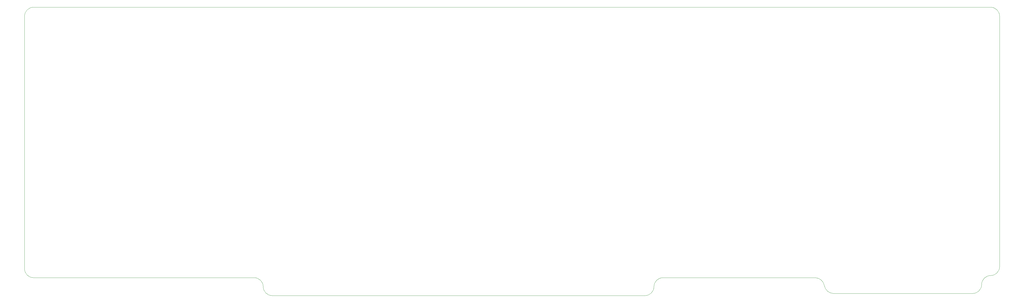
<source format=gbr>
%TF.GenerationSoftware,KiCad,Pcbnew,(6.0.4)*%
%TF.CreationDate,2022-11-05T13:10:03+01:00*%
%TF.ProjectId,65MK,36354d4b-2e6b-4696-9361-645f70636258,rev?*%
%TF.SameCoordinates,Original*%
%TF.FileFunction,Profile,NP*%
%FSLAX46Y46*%
G04 Gerber Fmt 4.6, Leading zero omitted, Abs format (unit mm)*
G04 Created by KiCad (PCBNEW (6.0.4)) date 2022-11-05 13:10:03*
%MOMM*%
%LPD*%
G01*
G04 APERTURE LIST*
%TA.AperFunction,Profile*%
%ADD10C,0.100000*%
%TD*%
G04 APERTURE END LIST*
D10*
X122554986Y-194183014D02*
G75*
G03*
X119380000Y-191008014I-3174986J14D01*
G01*
X122554986Y-194183014D02*
G75*
G03*
X125730000Y-197358014I3175014J14D01*
G01*
X41402000Y-191008014D02*
X119380000Y-191008014D01*
X38226986Y-187833014D02*
G75*
G03*
X41402000Y-191008014I3175014J14D01*
G01*
X379548686Y-95250000D02*
X41411186Y-95250000D01*
X382723686Y-187071000D02*
X382723686Y-98425000D01*
X263779000Y-191008000D02*
G75*
G03*
X260604000Y-194183056I0J-3175000D01*
G01*
X382723700Y-98425000D02*
G75*
G03*
X379548686Y-95250000I-3175100J-100D01*
G01*
X379548686Y-190245986D02*
G75*
G03*
X382723686Y-187071000I-86J3175086D01*
G01*
X257429000Y-197358000D02*
G75*
G03*
X260604000Y-194183000I0J3175000D01*
G01*
X373198686Y-196595986D02*
G75*
G03*
X376373686Y-193421000I14J3174986D01*
G01*
X323977000Y-196596000D02*
X373198686Y-196596000D01*
X263779000Y-191008056D02*
X317627000Y-191008000D01*
X320802029Y-193801995D02*
G75*
G03*
X323977000Y-196596000I3326471J579095D01*
G01*
X125730000Y-197358014D02*
X257429000Y-197358000D01*
X38236186Y-98425000D02*
X38227000Y-187833014D01*
X320801948Y-193802009D02*
G75*
G03*
X317627000Y-191008000I-3317848J-569291D01*
G01*
X41411186Y-95249986D02*
G75*
G03*
X38236186Y-98425000I14J-3175014D01*
G01*
X379548686Y-190246086D02*
G75*
G03*
X376373686Y-193421056I-86J-3174914D01*
G01*
M02*

</source>
